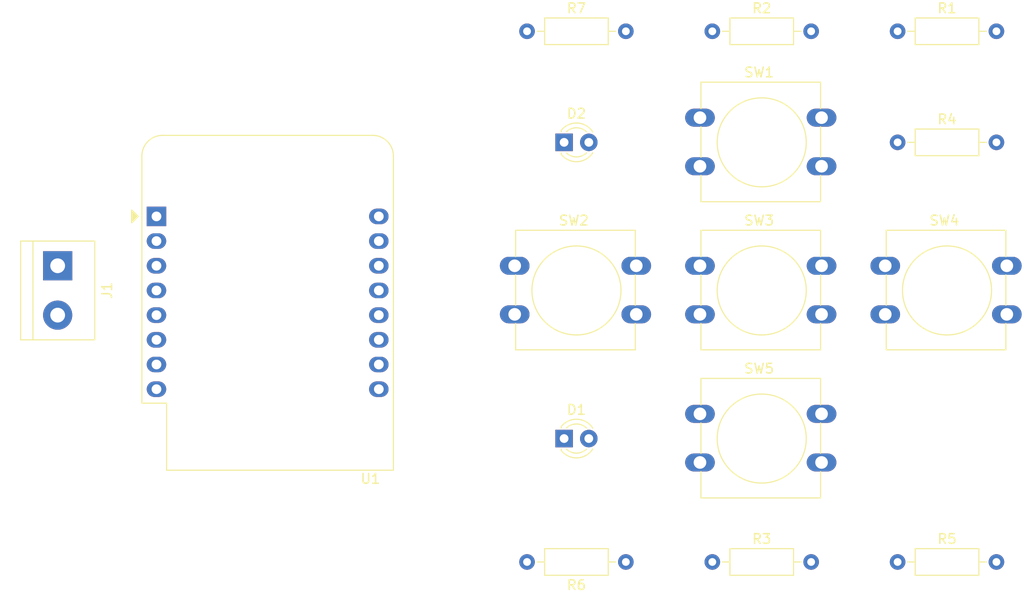
<source format=kicad_pcb>
(kicad_pcb (version 20171130) (host pcbnew "(5.1.9)-1")

  (general
    (thickness 1.6)
    (drawings 0)
    (tracks 0)
    (zones 0)
    (modules 16)
    (nets 24)
  )

  (page A4)
  (layers
    (0 F.Cu signal)
    (31 B.Cu signal)
    (32 B.Adhes user)
    (33 F.Adhes user)
    (34 B.Paste user)
    (35 F.Paste user)
    (36 B.SilkS user)
    (37 F.SilkS user)
    (38 B.Mask user)
    (39 F.Mask user)
    (40 Dwgs.User user)
    (41 Cmts.User user)
    (42 Eco1.User user)
    (43 Eco2.User user)
    (44 Edge.Cuts user)
    (45 Margin user)
    (46 B.CrtYd user)
    (47 F.CrtYd user)
    (48 B.Fab user)
    (49 F.Fab user)
  )

  (setup
    (last_trace_width 0.25)
    (trace_clearance 0.2)
    (zone_clearance 0.508)
    (zone_45_only no)
    (trace_min 0.2)
    (via_size 0.8)
    (via_drill 0.4)
    (via_min_size 0.4)
    (via_min_drill 0.3)
    (uvia_size 0.3)
    (uvia_drill 0.1)
    (uvias_allowed no)
    (uvia_min_size 0.2)
    (uvia_min_drill 0.1)
    (edge_width 0.05)
    (segment_width 0.2)
    (pcb_text_width 0.3)
    (pcb_text_size 1.5 1.5)
    (mod_edge_width 0.12)
    (mod_text_size 1 1)
    (mod_text_width 0.15)
    (pad_size 1.524 1.524)
    (pad_drill 0.762)
    (pad_to_mask_clearance 0)
    (aux_axis_origin 0 0)
    (visible_elements FFFFFF7F)
    (pcbplotparams
      (layerselection 0x010fc_ffffffff)
      (usegerberextensions false)
      (usegerberattributes true)
      (usegerberadvancedattributes true)
      (creategerberjobfile true)
      (excludeedgelayer true)
      (linewidth 0.100000)
      (plotframeref false)
      (viasonmask false)
      (mode 1)
      (useauxorigin false)
      (hpglpennumber 1)
      (hpglpenspeed 20)
      (hpglpendiameter 15.000000)
      (psnegative false)
      (psa4output false)
      (plotreference true)
      (plotvalue true)
      (plotinvisibletext false)
      (padsonsilk false)
      (subtractmaskfromsilk false)
      (outputformat 1)
      (mirror false)
      (drillshape 1)
      (scaleselection 1)
      (outputdirectory ""))
  )

  (net 0 "")
  (net 1 "Net-(D1-Pad2)")
  (net 2 "Net-(D1-Pad1)")
  (net 3 "Net-(D2-Pad2)")
  (net 4 "Net-(D2-Pad1)")
  (net 5 +5V)
  (net 6 GND)
  (net 7 "Net-(R1-Pad2)")
  (net 8 "Net-(R2-Pad2)")
  (net 9 "Net-(R3-Pad2)")
  (net 10 "Net-(R4-Pad2)")
  (net 11 "Net-(R5-Pad2)")
  (net 12 "Net-(R6-Pad1)")
  (net 13 "Net-(SW1-Pad1)")
  (net 14 "Net-(SW2-Pad1)")
  (net 15 "Net-(SW3-Pad1)")
  (net 16 "Net-(SW4-Pad1)")
  (net 17 "Net-(SW5-Pad1)")
  (net 18 "Net-(U1-Pad16)")
  (net 19 "Net-(U1-Pad15)")
  (net 20 "Net-(U1-Pad7)")
  (net 21 "Net-(U1-Pad3)")
  (net 22 "Net-(U1-Pad1)")
  (net 23 "Net-(U1-Pad2)")

  (net_class Default "This is the default net class."
    (clearance 0.2)
    (trace_width 0.25)
    (via_dia 0.8)
    (via_drill 0.4)
    (uvia_dia 0.3)
    (uvia_drill 0.1)
    (add_net +5V)
    (add_net GND)
    (add_net "Net-(D1-Pad1)")
    (add_net "Net-(D1-Pad2)")
    (add_net "Net-(D2-Pad1)")
    (add_net "Net-(D2-Pad2)")
    (add_net "Net-(R1-Pad2)")
    (add_net "Net-(R2-Pad2)")
    (add_net "Net-(R3-Pad2)")
    (add_net "Net-(R4-Pad2)")
    (add_net "Net-(R5-Pad2)")
    (add_net "Net-(R6-Pad1)")
    (add_net "Net-(SW1-Pad1)")
    (add_net "Net-(SW2-Pad1)")
    (add_net "Net-(SW3-Pad1)")
    (add_net "Net-(SW4-Pad1)")
    (add_net "Net-(SW5-Pad1)")
    (add_net "Net-(U1-Pad1)")
    (add_net "Net-(U1-Pad15)")
    (add_net "Net-(U1-Pad16)")
    (add_net "Net-(U1-Pad2)")
    (add_net "Net-(U1-Pad3)")
    (add_net "Net-(U1-Pad7)")
  )

  (module Module:WEMOS_D1_mini_light (layer F.Cu) (tedit 5BBFB1CE) (tstamp 60795857)
    (at 364.49 210.82)
    (descr "16-pin module, column spacing 22.86 mm (900 mils), https://wiki.wemos.cc/products:d1:d1_mini, https://c1.staticflickr.com/1/734/31400410271_f278b087db_z.jpg")
    (tags "ESP8266 WiFi microcontroller")
    (path /6078852E)
    (fp_text reference U1 (at 22 27) (layer F.SilkS)
      (effects (font (size 1 1) (thickness 0.15)))
    )
    (fp_text value WeMos_D1_mini (at 11.7 0) (layer F.Fab)
      (effects (font (size 1 1) (thickness 0.15)))
    )
    (fp_text user "No copper" (at 11.43 -3.81) (layer Cmts.User)
      (effects (font (size 1 1) (thickness 0.15)))
    )
    (fp_text user "KEEP OUT" (at 11.43 -6.35) (layer Cmts.User)
      (effects (font (size 1 1) (thickness 0.15)))
    )
    (fp_arc (start 22.23 -6.21) (end 24.36 -6.21) (angle -90) (layer F.SilkS) (width 0.12))
    (fp_arc (start 0.63 -6.21) (end 0.63 -8.34) (angle -90) (layer F.SilkS) (width 0.12))
    (fp_arc (start 22.23 -6.21) (end 24.23 -6.19) (angle -90) (layer F.Fab) (width 0.1))
    (fp_arc (start 0.63 -6.21) (end 0.63 -8.21) (angle -90) (layer F.Fab) (width 0.1))
    (fp_text user %R (at 11.43 10) (layer F.Fab)
      (effects (font (size 1 1) (thickness 0.15)))
    )
    (fp_line (start 1.04 26.12) (end 24.36 26.12) (layer F.SilkS) (width 0.12))
    (fp_line (start -1.5 19.22) (end -1.5 -6.21) (layer F.SilkS) (width 0.12))
    (fp_line (start 24.36 26.12) (end 24.36 -6.21) (layer F.SilkS) (width 0.12))
    (fp_line (start 22.24 -8.34) (end 0.63 -8.34) (layer F.SilkS) (width 0.12))
    (fp_line (start 1.17 25.99) (end 24.23 25.99) (layer F.Fab) (width 0.1))
    (fp_line (start 24.23 25.99) (end 24.23 -6.21) (layer F.Fab) (width 0.1))
    (fp_line (start 22.23 -8.21) (end 0.63 -8.21) (layer F.Fab) (width 0.1))
    (fp_line (start -1.37 1) (end -1.37 19.09) (layer F.Fab) (width 0.1))
    (fp_line (start -1.62 -8.46) (end 24.48 -8.46) (layer F.CrtYd) (width 0.05))
    (fp_line (start 24.48 -8.41) (end 24.48 26.24) (layer F.CrtYd) (width 0.05))
    (fp_line (start 24.48 26.24) (end -1.62 26.24) (layer F.CrtYd) (width 0.05))
    (fp_line (start -1.62 26.24) (end -1.62 -8.46) (layer F.CrtYd) (width 0.05))
    (fp_poly (pts (xy -2.54 -0.635) (xy -2.54 0.635) (xy -1.905 0)) (layer F.SilkS) (width 0.15))
    (fp_line (start -1.35 -1.4) (end 24.25 -1.4) (layer Dwgs.User) (width 0.1))
    (fp_line (start 24.25 -1.4) (end 24.25 -8.2) (layer Dwgs.User) (width 0.1))
    (fp_line (start 24.25 -8.2) (end -1.35 -8.2) (layer Dwgs.User) (width 0.1))
    (fp_line (start -1.35 -8.2) (end -1.35 -1.4) (layer Dwgs.User) (width 0.1))
    (fp_line (start -1.35 -1.4) (end 5.45 -8.2) (layer Dwgs.User) (width 0.1))
    (fp_line (start 0.65 -1.4) (end 7.45 -8.2) (layer Dwgs.User) (width 0.1))
    (fp_line (start 2.65 -1.4) (end 9.45 -8.2) (layer Dwgs.User) (width 0.1))
    (fp_line (start 4.65 -1.4) (end 11.45 -8.2) (layer Dwgs.User) (width 0.1))
    (fp_line (start 6.65 -1.4) (end 13.45 -8.2) (layer Dwgs.User) (width 0.1))
    (fp_line (start 8.65 -1.4) (end 15.45 -8.2) (layer Dwgs.User) (width 0.1))
    (fp_line (start 10.65 -1.4) (end 17.45 -8.2) (layer Dwgs.User) (width 0.1))
    (fp_line (start 12.65 -1.4) (end 19.45 -8.2) (layer Dwgs.User) (width 0.1))
    (fp_line (start 14.65 -1.4) (end 21.45 -8.2) (layer Dwgs.User) (width 0.1))
    (fp_line (start 16.65 -1.4) (end 23.45 -8.2) (layer Dwgs.User) (width 0.1))
    (fp_line (start 18.65 -1.4) (end 24.25 -7) (layer Dwgs.User) (width 0.1))
    (fp_line (start 20.65 -1.4) (end 24.25 -5) (layer Dwgs.User) (width 0.1))
    (fp_line (start 22.65 -1.4) (end 24.25 -3) (layer Dwgs.User) (width 0.1))
    (fp_line (start -1.35 -3.4) (end 3.45 -8.2) (layer Dwgs.User) (width 0.1))
    (fp_line (start -1.3 -5.45) (end 1.45 -8.2) (layer Dwgs.User) (width 0.1))
    (fp_line (start -1.35 -7.4) (end -0.55 -8.2) (layer Dwgs.User) (width 0.1))
    (fp_line (start -1.37 19.09) (end 1.17 19.09) (layer F.Fab) (width 0.1))
    (fp_line (start 1.17 19.09) (end 1.17 25.99) (layer F.Fab) (width 0.1))
    (fp_line (start -1.37 -6.21) (end -1.37 -1) (layer F.Fab) (width 0.1))
    (fp_line (start -1.37 1) (end -0.37 0) (layer F.Fab) (width 0.1))
    (fp_line (start -0.37 0) (end -1.37 -1) (layer F.Fab) (width 0.1))
    (fp_line (start -1.5 19.22) (end 1.04 19.22) (layer F.SilkS) (width 0.12))
    (fp_line (start 1.04 19.22) (end 1.04 26.12) (layer F.SilkS) (width 0.12))
    (pad 16 thru_hole oval (at 22.86 0) (size 2 1.6) (drill 1) (layers *.Cu *.Mask)
      (net 18 "Net-(U1-Pad16)"))
    (pad 15 thru_hole oval (at 22.86 2.54) (size 2 1.6) (drill 1) (layers *.Cu *.Mask)
      (net 19 "Net-(U1-Pad15)"))
    (pad 14 thru_hole oval (at 22.86 5.08) (size 2 1.6) (drill 1) (layers *.Cu *.Mask)
      (net 13 "Net-(SW1-Pad1)"))
    (pad 13 thru_hole oval (at 22.86 7.62) (size 2 1.6) (drill 1) (layers *.Cu *.Mask)
      (net 14 "Net-(SW2-Pad1)"))
    (pad 12 thru_hole oval (at 22.86 10.16) (size 2 1.6) (drill 1) (layers *.Cu *.Mask)
      (net 2 "Net-(D1-Pad1)"))
    (pad 11 thru_hole oval (at 22.86 12.7) (size 2 1.6) (drill 1) (layers *.Cu *.Mask)
      (net 4 "Net-(D2-Pad1)"))
    (pad 10 thru_hole oval (at 22.86 15.24) (size 2 1.6) (drill 1) (layers *.Cu *.Mask)
      (net 6 GND))
    (pad 9 thru_hole oval (at 22.86 17.78) (size 2 1.6) (drill 1) (layers *.Cu *.Mask)
      (net 5 +5V))
    (pad 8 thru_hole oval (at 0 17.78) (size 2 1.6) (drill 1) (layers *.Cu *.Mask)
      (net 12 "Net-(R6-Pad1)"))
    (pad 7 thru_hole oval (at 0 15.24) (size 2 1.6) (drill 1) (layers *.Cu *.Mask)
      (net 20 "Net-(U1-Pad7)"))
    (pad 6 thru_hole oval (at 0 12.7) (size 2 1.6) (drill 1) (layers *.Cu *.Mask)
      (net 17 "Net-(SW5-Pad1)"))
    (pad 5 thru_hole oval (at 0 10.16) (size 2 1.6) (drill 1) (layers *.Cu *.Mask)
      (net 16 "Net-(SW4-Pad1)"))
    (pad 4 thru_hole oval (at 0 7.62) (size 2 1.6) (drill 1) (layers *.Cu *.Mask)
      (net 15 "Net-(SW3-Pad1)"))
    (pad 3 thru_hole oval (at 0 5.08) (size 2 1.6) (drill 1) (layers *.Cu *.Mask)
      (net 21 "Net-(U1-Pad3)"))
    (pad 1 thru_hole rect (at 0 0) (size 2 2) (drill 1) (layers *.Cu *.Mask)
      (net 22 "Net-(U1-Pad1)"))
    (pad 2 thru_hole oval (at 0 2.54) (size 2 1.6) (drill 1) (layers *.Cu *.Mask)
      (net 23 "Net-(U1-Pad2)"))
    (model ${KISYS3DMOD}/Module.3dshapes/WEMOS_D1_mini_light.wrl
      (at (xyz 0 0 0))
      (scale (xyz 1 1 1))
      (rotate (xyz 0 0 0))
    )
    (model ${KISYS3DMOD}/Connector_PinHeader_2.54mm.3dshapes/PinHeader_1x08_P2.54mm_Vertical.wrl
      (offset (xyz 0 0 9.5))
      (scale (xyz 1 1 1))
      (rotate (xyz 0 -180 0))
    )
    (model ${KISYS3DMOD}/Connector_PinHeader_2.54mm.3dshapes/PinHeader_1x08_P2.54mm_Vertical.wrl
      (offset (xyz 22.86 0 9.5))
      (scale (xyz 1 1 1))
      (rotate (xyz 0 -180 0))
    )
    (model ${KISYS3DMOD}/Connector_PinSocket_2.54mm.3dshapes/PinSocket_1x08_P2.54mm_Vertical.wrl
      (at (xyz 0 0 0))
      (scale (xyz 1 1 1))
      (rotate (xyz 0 0 0))
    )
    (model ${KISYS3DMOD}/Connector_PinSocket_2.54mm.3dshapes/PinSocket_1x08_P2.54mm_Vertical.wrl
      (offset (xyz 22.86 0 0))
      (scale (xyz 1 1 1))
      (rotate (xyz 0 0 0))
    )
  )

  (module Button_Switch_THT:SW_PUSH-12mm (layer F.Cu) (tedit 5D160D14) (tstamp 60795814)
    (at 420.37 231.14)
    (descr "SW PUSH 12mm https://www.e-switch.com/system/asset/product_line/data_sheet/143/TL1100.pdf")
    (tags "tact sw push 12mm")
    (path /6078E4E1)
    (fp_text reference SW5 (at 6.08 -4.66) (layer F.SilkS)
      (effects (font (size 1 1) (thickness 0.15)))
    )
    (fp_text value SW_Push_Dual (at 6.62 9.93) (layer F.Fab)
      (effects (font (size 1 1) (thickness 0.15)))
    )
    (fp_text user %R (at 6.35 2.54) (layer F.Fab)
      (effects (font (size 1 1) (thickness 0.15)))
    )
    (fp_line (start 0.25 8.5) (end 12.25 8.5) (layer F.Fab) (width 0.1))
    (fp_line (start 0.25 -3.5) (end 12.25 -3.5) (layer F.Fab) (width 0.1))
    (fp_line (start 12.25 -3.5) (end 12.25 8.5) (layer F.Fab) (width 0.1))
    (fp_line (start 0.1 -3.65) (end 12.4 -3.65) (layer F.SilkS) (width 0.12))
    (fp_line (start 12.4 0.93) (end 12.4 4.07) (layer F.SilkS) (width 0.12))
    (fp_line (start 12.4 8.65) (end 0.1 8.65) (layer F.SilkS) (width 0.12))
    (fp_line (start 0.1 -0.93) (end 0.1 -3.65) (layer F.SilkS) (width 0.12))
    (fp_line (start -1.77 -3.75) (end 14.25 -3.75) (layer F.CrtYd) (width 0.05))
    (fp_line (start -1.77 -3.75) (end -1.77 8.75) (layer F.CrtYd) (width 0.05))
    (fp_line (start 14.25 8.75) (end 14.25 -3.75) (layer F.CrtYd) (width 0.05))
    (fp_line (start 14.25 8.75) (end -1.77 8.75) (layer F.CrtYd) (width 0.05))
    (fp_circle (center 6.35 2.54) (end 10.16 5.08) (layer F.SilkS) (width 0.12))
    (fp_line (start 0.25 -3.5) (end 0.25 8.5) (layer F.Fab) (width 0.1))
    (fp_line (start 0.1 8.65) (end 0.1 5.93) (layer F.SilkS) (width 0.12))
    (fp_line (start 0.1 4.07) (end 0.1 0.93) (layer F.SilkS) (width 0.12))
    (fp_line (start 12.4 5.93) (end 12.4 8.65) (layer F.SilkS) (width 0.12))
    (fp_line (start 12.4 -3.65) (end 12.4 -0.93) (layer F.SilkS) (width 0.12))
    (pad 2 thru_hole oval (at 0 5) (size 3.048 1.85) (drill 1.3) (layers *.Cu *.Mask)
      (net 11 "Net-(R5-Pad2)"))
    (pad 1 thru_hole oval (at 0 0) (size 3.048 1.85) (drill 1.3) (layers *.Cu *.Mask)
      (net 17 "Net-(SW5-Pad1)"))
    (pad 2 thru_hole oval (at 12.5 5) (size 3.048 1.85) (drill 1.3) (layers *.Cu *.Mask)
      (net 11 "Net-(R5-Pad2)"))
    (pad 1 thru_hole oval (at 12.5 0) (size 3.048 1.85) (drill 1.3) (layers *.Cu *.Mask)
      (net 17 "Net-(SW5-Pad1)"))
    (model ${KISYS3DMOD}/Button_Switch_THT.3dshapes/SW_PUSH-12mm.wrl
      (at (xyz 0 0 0))
      (scale (xyz 1 1 1))
      (rotate (xyz 0 0 0))
    )
  )

  (module Button_Switch_THT:SW_PUSH-12mm (layer F.Cu) (tedit 5D160D14) (tstamp 607957FA)
    (at 439.42 215.9)
    (descr "SW PUSH 12mm https://www.e-switch.com/system/asset/product_line/data_sheet/143/TL1100.pdf")
    (tags "tact sw push 12mm")
    (path /6078E132)
    (fp_text reference SW4 (at 6.08 -4.66) (layer F.SilkS)
      (effects (font (size 1 1) (thickness 0.15)))
    )
    (fp_text value SW_Push_Dual (at 6.62 9.93) (layer F.Fab)
      (effects (font (size 1 1) (thickness 0.15)))
    )
    (fp_text user %R (at 6.35 2.54) (layer F.Fab)
      (effects (font (size 1 1) (thickness 0.15)))
    )
    (fp_line (start 0.25 8.5) (end 12.25 8.5) (layer F.Fab) (width 0.1))
    (fp_line (start 0.25 -3.5) (end 12.25 -3.5) (layer F.Fab) (width 0.1))
    (fp_line (start 12.25 -3.5) (end 12.25 8.5) (layer F.Fab) (width 0.1))
    (fp_line (start 0.1 -3.65) (end 12.4 -3.65) (layer F.SilkS) (width 0.12))
    (fp_line (start 12.4 0.93) (end 12.4 4.07) (layer F.SilkS) (width 0.12))
    (fp_line (start 12.4 8.65) (end 0.1 8.65) (layer F.SilkS) (width 0.12))
    (fp_line (start 0.1 -0.93) (end 0.1 -3.65) (layer F.SilkS) (width 0.12))
    (fp_line (start -1.77 -3.75) (end 14.25 -3.75) (layer F.CrtYd) (width 0.05))
    (fp_line (start -1.77 -3.75) (end -1.77 8.75) (layer F.CrtYd) (width 0.05))
    (fp_line (start 14.25 8.75) (end 14.25 -3.75) (layer F.CrtYd) (width 0.05))
    (fp_line (start 14.25 8.75) (end -1.77 8.75) (layer F.CrtYd) (width 0.05))
    (fp_circle (center 6.35 2.54) (end 10.16 5.08) (layer F.SilkS) (width 0.12))
    (fp_line (start 0.25 -3.5) (end 0.25 8.5) (layer F.Fab) (width 0.1))
    (fp_line (start 0.1 8.65) (end 0.1 5.93) (layer F.SilkS) (width 0.12))
    (fp_line (start 0.1 4.07) (end 0.1 0.93) (layer F.SilkS) (width 0.12))
    (fp_line (start 12.4 5.93) (end 12.4 8.65) (layer F.SilkS) (width 0.12))
    (fp_line (start 12.4 -3.65) (end 12.4 -0.93) (layer F.SilkS) (width 0.12))
    (pad 2 thru_hole oval (at 0 5) (size 3.048 1.85) (drill 1.3) (layers *.Cu *.Mask)
      (net 10 "Net-(R4-Pad2)"))
    (pad 1 thru_hole oval (at 0 0) (size 3.048 1.85) (drill 1.3) (layers *.Cu *.Mask)
      (net 16 "Net-(SW4-Pad1)"))
    (pad 2 thru_hole oval (at 12.5 5) (size 3.048 1.85) (drill 1.3) (layers *.Cu *.Mask)
      (net 10 "Net-(R4-Pad2)"))
    (pad 1 thru_hole oval (at 12.5 0) (size 3.048 1.85) (drill 1.3) (layers *.Cu *.Mask)
      (net 16 "Net-(SW4-Pad1)"))
    (model ${KISYS3DMOD}/Button_Switch_THT.3dshapes/SW_PUSH-12mm.wrl
      (at (xyz 0 0 0))
      (scale (xyz 1 1 1))
      (rotate (xyz 0 0 0))
    )
  )

  (module Button_Switch_THT:SW_PUSH-12mm (layer F.Cu) (tedit 5D160D14) (tstamp 607957E0)
    (at 420.37 215.9)
    (descr "SW PUSH 12mm https://www.e-switch.com/system/asset/product_line/data_sheet/143/TL1100.pdf")
    (tags "tact sw push 12mm")
    (path /6078D719)
    (fp_text reference SW3 (at 6.08 -4.66) (layer F.SilkS)
      (effects (font (size 1 1) (thickness 0.15)))
    )
    (fp_text value SW_Push_Dual (at 6.62 9.93) (layer F.Fab)
      (effects (font (size 1 1) (thickness 0.15)))
    )
    (fp_text user %R (at 6.35 2.54) (layer F.Fab)
      (effects (font (size 1 1) (thickness 0.15)))
    )
    (fp_line (start 0.25 8.5) (end 12.25 8.5) (layer F.Fab) (width 0.1))
    (fp_line (start 0.25 -3.5) (end 12.25 -3.5) (layer F.Fab) (width 0.1))
    (fp_line (start 12.25 -3.5) (end 12.25 8.5) (layer F.Fab) (width 0.1))
    (fp_line (start 0.1 -3.65) (end 12.4 -3.65) (layer F.SilkS) (width 0.12))
    (fp_line (start 12.4 0.93) (end 12.4 4.07) (layer F.SilkS) (width 0.12))
    (fp_line (start 12.4 8.65) (end 0.1 8.65) (layer F.SilkS) (width 0.12))
    (fp_line (start 0.1 -0.93) (end 0.1 -3.65) (layer F.SilkS) (width 0.12))
    (fp_line (start -1.77 -3.75) (end 14.25 -3.75) (layer F.CrtYd) (width 0.05))
    (fp_line (start -1.77 -3.75) (end -1.77 8.75) (layer F.CrtYd) (width 0.05))
    (fp_line (start 14.25 8.75) (end 14.25 -3.75) (layer F.CrtYd) (width 0.05))
    (fp_line (start 14.25 8.75) (end -1.77 8.75) (layer F.CrtYd) (width 0.05))
    (fp_circle (center 6.35 2.54) (end 10.16 5.08) (layer F.SilkS) (width 0.12))
    (fp_line (start 0.25 -3.5) (end 0.25 8.5) (layer F.Fab) (width 0.1))
    (fp_line (start 0.1 8.65) (end 0.1 5.93) (layer F.SilkS) (width 0.12))
    (fp_line (start 0.1 4.07) (end 0.1 0.93) (layer F.SilkS) (width 0.12))
    (fp_line (start 12.4 5.93) (end 12.4 8.65) (layer F.SilkS) (width 0.12))
    (fp_line (start 12.4 -3.65) (end 12.4 -0.93) (layer F.SilkS) (width 0.12))
    (pad 2 thru_hole oval (at 0 5) (size 3.048 1.85) (drill 1.3) (layers *.Cu *.Mask)
      (net 9 "Net-(R3-Pad2)"))
    (pad 1 thru_hole oval (at 0 0) (size 3.048 1.85) (drill 1.3) (layers *.Cu *.Mask)
      (net 15 "Net-(SW3-Pad1)"))
    (pad 2 thru_hole oval (at 12.5 5) (size 3.048 1.85) (drill 1.3) (layers *.Cu *.Mask)
      (net 9 "Net-(R3-Pad2)"))
    (pad 1 thru_hole oval (at 12.5 0) (size 3.048 1.85) (drill 1.3) (layers *.Cu *.Mask)
      (net 15 "Net-(SW3-Pad1)"))
    (model ${KISYS3DMOD}/Button_Switch_THT.3dshapes/SW_PUSH-12mm.wrl
      (at (xyz 0 0 0))
      (scale (xyz 1 1 1))
      (rotate (xyz 0 0 0))
    )
  )

  (module Button_Switch_THT:SW_PUSH-12mm (layer F.Cu) (tedit 5D160D14) (tstamp 607957C6)
    (at 401.32 215.9)
    (descr "SW PUSH 12mm https://www.e-switch.com/system/asset/product_line/data_sheet/143/TL1100.pdf")
    (tags "tact sw push 12mm")
    (path /6079063F)
    (fp_text reference SW2 (at 6.08 -4.66) (layer F.SilkS)
      (effects (font (size 1 1) (thickness 0.15)))
    )
    (fp_text value SW_Push_Dual (at 6.62 9.93) (layer F.Fab)
      (effects (font (size 1 1) (thickness 0.15)))
    )
    (fp_text user %R (at 6.35 2.54) (layer F.Fab)
      (effects (font (size 1 1) (thickness 0.15)))
    )
    (fp_line (start 0.25 8.5) (end 12.25 8.5) (layer F.Fab) (width 0.1))
    (fp_line (start 0.25 -3.5) (end 12.25 -3.5) (layer F.Fab) (width 0.1))
    (fp_line (start 12.25 -3.5) (end 12.25 8.5) (layer F.Fab) (width 0.1))
    (fp_line (start 0.1 -3.65) (end 12.4 -3.65) (layer F.SilkS) (width 0.12))
    (fp_line (start 12.4 0.93) (end 12.4 4.07) (layer F.SilkS) (width 0.12))
    (fp_line (start 12.4 8.65) (end 0.1 8.65) (layer F.SilkS) (width 0.12))
    (fp_line (start 0.1 -0.93) (end 0.1 -3.65) (layer F.SilkS) (width 0.12))
    (fp_line (start -1.77 -3.75) (end 14.25 -3.75) (layer F.CrtYd) (width 0.05))
    (fp_line (start -1.77 -3.75) (end -1.77 8.75) (layer F.CrtYd) (width 0.05))
    (fp_line (start 14.25 8.75) (end 14.25 -3.75) (layer F.CrtYd) (width 0.05))
    (fp_line (start 14.25 8.75) (end -1.77 8.75) (layer F.CrtYd) (width 0.05))
    (fp_circle (center 6.35 2.54) (end 10.16 5.08) (layer F.SilkS) (width 0.12))
    (fp_line (start 0.25 -3.5) (end 0.25 8.5) (layer F.Fab) (width 0.1))
    (fp_line (start 0.1 8.65) (end 0.1 5.93) (layer F.SilkS) (width 0.12))
    (fp_line (start 0.1 4.07) (end 0.1 0.93) (layer F.SilkS) (width 0.12))
    (fp_line (start 12.4 5.93) (end 12.4 8.65) (layer F.SilkS) (width 0.12))
    (fp_line (start 12.4 -3.65) (end 12.4 -0.93) (layer F.SilkS) (width 0.12))
    (pad 2 thru_hole oval (at 0 5) (size 3.048 1.85) (drill 1.3) (layers *.Cu *.Mask)
      (net 8 "Net-(R2-Pad2)"))
    (pad 1 thru_hole oval (at 0 0) (size 3.048 1.85) (drill 1.3) (layers *.Cu *.Mask)
      (net 14 "Net-(SW2-Pad1)"))
    (pad 2 thru_hole oval (at 12.5 5) (size 3.048 1.85) (drill 1.3) (layers *.Cu *.Mask)
      (net 8 "Net-(R2-Pad2)"))
    (pad 1 thru_hole oval (at 12.5 0) (size 3.048 1.85) (drill 1.3) (layers *.Cu *.Mask)
      (net 14 "Net-(SW2-Pad1)"))
    (model ${KISYS3DMOD}/Button_Switch_THT.3dshapes/SW_PUSH-12mm.wrl
      (at (xyz 0 0 0))
      (scale (xyz 1 1 1))
      (rotate (xyz 0 0 0))
    )
  )

  (module Button_Switch_THT:SW_PUSH-12mm (layer F.Cu) (tedit 5D160D14) (tstamp 607957AC)
    (at 420.37 200.66)
    (descr "SW PUSH 12mm https://www.e-switch.com/system/asset/product_line/data_sheet/143/TL1100.pdf")
    (tags "tact sw push 12mm")
    (path /6078E95B)
    (fp_text reference SW1 (at 6.08 -4.66) (layer F.SilkS)
      (effects (font (size 1 1) (thickness 0.15)))
    )
    (fp_text value SW_Push_Dual (at 6.62 9.93) (layer F.Fab)
      (effects (font (size 1 1) (thickness 0.15)))
    )
    (fp_text user %R (at 6.35 2.54) (layer F.Fab)
      (effects (font (size 1 1) (thickness 0.15)))
    )
    (fp_line (start 0.25 8.5) (end 12.25 8.5) (layer F.Fab) (width 0.1))
    (fp_line (start 0.25 -3.5) (end 12.25 -3.5) (layer F.Fab) (width 0.1))
    (fp_line (start 12.25 -3.5) (end 12.25 8.5) (layer F.Fab) (width 0.1))
    (fp_line (start 0.1 -3.65) (end 12.4 -3.65) (layer F.SilkS) (width 0.12))
    (fp_line (start 12.4 0.93) (end 12.4 4.07) (layer F.SilkS) (width 0.12))
    (fp_line (start 12.4 8.65) (end 0.1 8.65) (layer F.SilkS) (width 0.12))
    (fp_line (start 0.1 -0.93) (end 0.1 -3.65) (layer F.SilkS) (width 0.12))
    (fp_line (start -1.77 -3.75) (end 14.25 -3.75) (layer F.CrtYd) (width 0.05))
    (fp_line (start -1.77 -3.75) (end -1.77 8.75) (layer F.CrtYd) (width 0.05))
    (fp_line (start 14.25 8.75) (end 14.25 -3.75) (layer F.CrtYd) (width 0.05))
    (fp_line (start 14.25 8.75) (end -1.77 8.75) (layer F.CrtYd) (width 0.05))
    (fp_circle (center 6.35 2.54) (end 10.16 5.08) (layer F.SilkS) (width 0.12))
    (fp_line (start 0.25 -3.5) (end 0.25 8.5) (layer F.Fab) (width 0.1))
    (fp_line (start 0.1 8.65) (end 0.1 5.93) (layer F.SilkS) (width 0.12))
    (fp_line (start 0.1 4.07) (end 0.1 0.93) (layer F.SilkS) (width 0.12))
    (fp_line (start 12.4 5.93) (end 12.4 8.65) (layer F.SilkS) (width 0.12))
    (fp_line (start 12.4 -3.65) (end 12.4 -0.93) (layer F.SilkS) (width 0.12))
    (pad 2 thru_hole oval (at 0 5) (size 3.048 1.85) (drill 1.3) (layers *.Cu *.Mask)
      (net 7 "Net-(R1-Pad2)"))
    (pad 1 thru_hole oval (at 0 0) (size 3.048 1.85) (drill 1.3) (layers *.Cu *.Mask)
      (net 13 "Net-(SW1-Pad1)"))
    (pad 2 thru_hole oval (at 12.5 5) (size 3.048 1.85) (drill 1.3) (layers *.Cu *.Mask)
      (net 7 "Net-(R1-Pad2)"))
    (pad 1 thru_hole oval (at 12.5 0) (size 3.048 1.85) (drill 1.3) (layers *.Cu *.Mask)
      (net 13 "Net-(SW1-Pad1)"))
    (model ${KISYS3DMOD}/Button_Switch_THT.3dshapes/SW_PUSH-12mm.wrl
      (at (xyz 0 0 0))
      (scale (xyz 1 1 1))
      (rotate (xyz 0 0 0))
    )
  )

  (module Resistor_THT:R_Axial_DIN0207_L6.3mm_D2.5mm_P10.16mm_Horizontal (layer F.Cu) (tedit 5AE5139B) (tstamp 60795792)
    (at 402.59 191.77)
    (descr "Resistor, Axial_DIN0207 series, Axial, Horizontal, pin pitch=10.16mm, 0.25W = 1/4W, length*diameter=6.3*2.5mm^2, http://cdn-reichelt.de/documents/datenblatt/B400/1_4W%23YAG.pdf")
    (tags "Resistor Axial_DIN0207 series Axial Horizontal pin pitch 10.16mm 0.25W = 1/4W length 6.3mm diameter 2.5mm")
    (path /607B791B)
    (fp_text reference R7 (at 5.08 -2.37) (layer F.SilkS)
      (effects (font (size 1 1) (thickness 0.15)))
    )
    (fp_text value R (at 5.08 2.37) (layer F.Fab)
      (effects (font (size 1 1) (thickness 0.15)))
    )
    (fp_text user %R (at 5.08 0) (layer F.Fab)
      (effects (font (size 1 1) (thickness 0.15)))
    )
    (fp_line (start 1.93 -1.25) (end 1.93 1.25) (layer F.Fab) (width 0.1))
    (fp_line (start 1.93 1.25) (end 8.23 1.25) (layer F.Fab) (width 0.1))
    (fp_line (start 8.23 1.25) (end 8.23 -1.25) (layer F.Fab) (width 0.1))
    (fp_line (start 8.23 -1.25) (end 1.93 -1.25) (layer F.Fab) (width 0.1))
    (fp_line (start 0 0) (end 1.93 0) (layer F.Fab) (width 0.1))
    (fp_line (start 10.16 0) (end 8.23 0) (layer F.Fab) (width 0.1))
    (fp_line (start 1.81 -1.37) (end 1.81 1.37) (layer F.SilkS) (width 0.12))
    (fp_line (start 1.81 1.37) (end 8.35 1.37) (layer F.SilkS) (width 0.12))
    (fp_line (start 8.35 1.37) (end 8.35 -1.37) (layer F.SilkS) (width 0.12))
    (fp_line (start 8.35 -1.37) (end 1.81 -1.37) (layer F.SilkS) (width 0.12))
    (fp_line (start 1.04 0) (end 1.81 0) (layer F.SilkS) (width 0.12))
    (fp_line (start 9.12 0) (end 8.35 0) (layer F.SilkS) (width 0.12))
    (fp_line (start -1.05 -1.5) (end -1.05 1.5) (layer F.CrtYd) (width 0.05))
    (fp_line (start -1.05 1.5) (end 11.21 1.5) (layer F.CrtYd) (width 0.05))
    (fp_line (start 11.21 1.5) (end 11.21 -1.5) (layer F.CrtYd) (width 0.05))
    (fp_line (start 11.21 -1.5) (end -1.05 -1.5) (layer F.CrtYd) (width 0.05))
    (pad 2 thru_hole oval (at 10.16 0) (size 1.6 1.6) (drill 0.8) (layers *.Cu *.Mask)
      (net 3 "Net-(D2-Pad2)"))
    (pad 1 thru_hole circle (at 0 0) (size 1.6 1.6) (drill 0.8) (layers *.Cu *.Mask)
      (net 12 "Net-(R6-Pad1)"))
    (model ${KISYS3DMOD}/Resistor_THT.3dshapes/R_Axial_DIN0207_L6.3mm_D2.5mm_P10.16mm_Horizontal.wrl
      (at (xyz 0 0 0))
      (scale (xyz 1 1 1))
      (rotate (xyz 0 0 0))
    )
  )

  (module Resistor_THT:R_Axial_DIN0207_L6.3mm_D2.5mm_P10.16mm_Horizontal (layer F.Cu) (tedit 5AE5139B) (tstamp 6079577B)
    (at 412.75 246.38 180)
    (descr "Resistor, Axial_DIN0207 series, Axial, Horizontal, pin pitch=10.16mm, 0.25W = 1/4W, length*diameter=6.3*2.5mm^2, http://cdn-reichelt.de/documents/datenblatt/B400/1_4W%23YAG.pdf")
    (tags "Resistor Axial_DIN0207 series Axial Horizontal pin pitch 10.16mm 0.25W = 1/4W length 6.3mm diameter 2.5mm")
    (path /607B7269)
    (fp_text reference R6 (at 5.08 -2.37) (layer F.SilkS)
      (effects (font (size 1 1) (thickness 0.15)))
    )
    (fp_text value R (at 5.08 2.37) (layer F.Fab)
      (effects (font (size 1 1) (thickness 0.15)))
    )
    (fp_text user %R (at 5.08 0) (layer F.Fab)
      (effects (font (size 1 1) (thickness 0.15)))
    )
    (fp_line (start 1.93 -1.25) (end 1.93 1.25) (layer F.Fab) (width 0.1))
    (fp_line (start 1.93 1.25) (end 8.23 1.25) (layer F.Fab) (width 0.1))
    (fp_line (start 8.23 1.25) (end 8.23 -1.25) (layer F.Fab) (width 0.1))
    (fp_line (start 8.23 -1.25) (end 1.93 -1.25) (layer F.Fab) (width 0.1))
    (fp_line (start 0 0) (end 1.93 0) (layer F.Fab) (width 0.1))
    (fp_line (start 10.16 0) (end 8.23 0) (layer F.Fab) (width 0.1))
    (fp_line (start 1.81 -1.37) (end 1.81 1.37) (layer F.SilkS) (width 0.12))
    (fp_line (start 1.81 1.37) (end 8.35 1.37) (layer F.SilkS) (width 0.12))
    (fp_line (start 8.35 1.37) (end 8.35 -1.37) (layer F.SilkS) (width 0.12))
    (fp_line (start 8.35 -1.37) (end 1.81 -1.37) (layer F.SilkS) (width 0.12))
    (fp_line (start 1.04 0) (end 1.81 0) (layer F.SilkS) (width 0.12))
    (fp_line (start 9.12 0) (end 8.35 0) (layer F.SilkS) (width 0.12))
    (fp_line (start -1.05 -1.5) (end -1.05 1.5) (layer F.CrtYd) (width 0.05))
    (fp_line (start -1.05 1.5) (end 11.21 1.5) (layer F.CrtYd) (width 0.05))
    (fp_line (start 11.21 1.5) (end 11.21 -1.5) (layer F.CrtYd) (width 0.05))
    (fp_line (start 11.21 -1.5) (end -1.05 -1.5) (layer F.CrtYd) (width 0.05))
    (pad 2 thru_hole oval (at 10.16 0 180) (size 1.6 1.6) (drill 0.8) (layers *.Cu *.Mask)
      (net 1 "Net-(D1-Pad2)"))
    (pad 1 thru_hole circle (at 0 0 180) (size 1.6 1.6) (drill 0.8) (layers *.Cu *.Mask)
      (net 12 "Net-(R6-Pad1)"))
    (model ${KISYS3DMOD}/Resistor_THT.3dshapes/R_Axial_DIN0207_L6.3mm_D2.5mm_P10.16mm_Horizontal.wrl
      (at (xyz 0 0 0))
      (scale (xyz 1 1 1))
      (rotate (xyz 0 0 0))
    )
  )

  (module Resistor_THT:R_Axial_DIN0207_L6.3mm_D2.5mm_P10.16mm_Horizontal (layer F.Cu) (tedit 5AE5139B) (tstamp 60795764)
    (at 440.69 246.38)
    (descr "Resistor, Axial_DIN0207 series, Axial, Horizontal, pin pitch=10.16mm, 0.25W = 1/4W, length*diameter=6.3*2.5mm^2, http://cdn-reichelt.de/documents/datenblatt/B400/1_4W%23YAG.pdf")
    (tags "Resistor Axial_DIN0207 series Axial Horizontal pin pitch 10.16mm 0.25W = 1/4W length 6.3mm diameter 2.5mm")
    (path /6078BECD)
    (fp_text reference R5 (at 5.08 -2.37) (layer F.SilkS)
      (effects (font (size 1 1) (thickness 0.15)))
    )
    (fp_text value 10k (at 5.08 2.37) (layer F.Fab)
      (effects (font (size 1 1) (thickness 0.15)))
    )
    (fp_text user %R (at 5.08 0) (layer F.Fab)
      (effects (font (size 1 1) (thickness 0.15)))
    )
    (fp_line (start 1.93 -1.25) (end 1.93 1.25) (layer F.Fab) (width 0.1))
    (fp_line (start 1.93 1.25) (end 8.23 1.25) (layer F.Fab) (width 0.1))
    (fp_line (start 8.23 1.25) (end 8.23 -1.25) (layer F.Fab) (width 0.1))
    (fp_line (start 8.23 -1.25) (end 1.93 -1.25) (layer F.Fab) (width 0.1))
    (fp_line (start 0 0) (end 1.93 0) (layer F.Fab) (width 0.1))
    (fp_line (start 10.16 0) (end 8.23 0) (layer F.Fab) (width 0.1))
    (fp_line (start 1.81 -1.37) (end 1.81 1.37) (layer F.SilkS) (width 0.12))
    (fp_line (start 1.81 1.37) (end 8.35 1.37) (layer F.SilkS) (width 0.12))
    (fp_line (start 8.35 1.37) (end 8.35 -1.37) (layer F.SilkS) (width 0.12))
    (fp_line (start 8.35 -1.37) (end 1.81 -1.37) (layer F.SilkS) (width 0.12))
    (fp_line (start 1.04 0) (end 1.81 0) (layer F.SilkS) (width 0.12))
    (fp_line (start 9.12 0) (end 8.35 0) (layer F.SilkS) (width 0.12))
    (fp_line (start -1.05 -1.5) (end -1.05 1.5) (layer F.CrtYd) (width 0.05))
    (fp_line (start -1.05 1.5) (end 11.21 1.5) (layer F.CrtYd) (width 0.05))
    (fp_line (start 11.21 1.5) (end 11.21 -1.5) (layer F.CrtYd) (width 0.05))
    (fp_line (start 11.21 -1.5) (end -1.05 -1.5) (layer F.CrtYd) (width 0.05))
    (pad 2 thru_hole oval (at 10.16 0) (size 1.6 1.6) (drill 0.8) (layers *.Cu *.Mask)
      (net 11 "Net-(R5-Pad2)"))
    (pad 1 thru_hole circle (at 0 0) (size 1.6 1.6) (drill 0.8) (layers *.Cu *.Mask)
      (net 6 GND))
    (model ${KISYS3DMOD}/Resistor_THT.3dshapes/R_Axial_DIN0207_L6.3mm_D2.5mm_P10.16mm_Horizontal.wrl
      (at (xyz 0 0 0))
      (scale (xyz 1 1 1))
      (rotate (xyz 0 0 0))
    )
  )

  (module Resistor_THT:R_Axial_DIN0207_L6.3mm_D2.5mm_P10.16mm_Horizontal (layer F.Cu) (tedit 5AE5139B) (tstamp 6079574D)
    (at 440.69 203.2)
    (descr "Resistor, Axial_DIN0207 series, Axial, Horizontal, pin pitch=10.16mm, 0.25W = 1/4W, length*diameter=6.3*2.5mm^2, http://cdn-reichelt.de/documents/datenblatt/B400/1_4W%23YAG.pdf")
    (tags "Resistor Axial_DIN0207 series Axial Horizontal pin pitch 10.16mm 0.25W = 1/4W length 6.3mm diameter 2.5mm")
    (path /6078BA67)
    (fp_text reference R4 (at 5.08 -2.37) (layer F.SilkS)
      (effects (font (size 1 1) (thickness 0.15)))
    )
    (fp_text value 10k (at 5.08 2.37) (layer F.Fab)
      (effects (font (size 1 1) (thickness 0.15)))
    )
    (fp_text user %R (at 5.08 0) (layer F.Fab)
      (effects (font (size 1 1) (thickness 0.15)))
    )
    (fp_line (start 1.93 -1.25) (end 1.93 1.25) (layer F.Fab) (width 0.1))
    (fp_line (start 1.93 1.25) (end 8.23 1.25) (layer F.Fab) (width 0.1))
    (fp_line (start 8.23 1.25) (end 8.23 -1.25) (layer F.Fab) (width 0.1))
    (fp_line (start 8.23 -1.25) (end 1.93 -1.25) (layer F.Fab) (width 0.1))
    (fp_line (start 0 0) (end 1.93 0) (layer F.Fab) (width 0.1))
    (fp_line (start 10.16 0) (end 8.23 0) (layer F.Fab) (width 0.1))
    (fp_line (start 1.81 -1.37) (end 1.81 1.37) (layer F.SilkS) (width 0.12))
    (fp_line (start 1.81 1.37) (end 8.35 1.37) (layer F.SilkS) (width 0.12))
    (fp_line (start 8.35 1.37) (end 8.35 -1.37) (layer F.SilkS) (width 0.12))
    (fp_line (start 8.35 -1.37) (end 1.81 -1.37) (layer F.SilkS) (width 0.12))
    (fp_line (start 1.04 0) (end 1.81 0) (layer F.SilkS) (width 0.12))
    (fp_line (start 9.12 0) (end 8.35 0) (layer F.SilkS) (width 0.12))
    (fp_line (start -1.05 -1.5) (end -1.05 1.5) (layer F.CrtYd) (width 0.05))
    (fp_line (start -1.05 1.5) (end 11.21 1.5) (layer F.CrtYd) (width 0.05))
    (fp_line (start 11.21 1.5) (end 11.21 -1.5) (layer F.CrtYd) (width 0.05))
    (fp_line (start 11.21 -1.5) (end -1.05 -1.5) (layer F.CrtYd) (width 0.05))
    (pad 2 thru_hole oval (at 10.16 0) (size 1.6 1.6) (drill 0.8) (layers *.Cu *.Mask)
      (net 10 "Net-(R4-Pad2)"))
    (pad 1 thru_hole circle (at 0 0) (size 1.6 1.6) (drill 0.8) (layers *.Cu *.Mask)
      (net 6 GND))
    (model ${KISYS3DMOD}/Resistor_THT.3dshapes/R_Axial_DIN0207_L6.3mm_D2.5mm_P10.16mm_Horizontal.wrl
      (at (xyz 0 0 0))
      (scale (xyz 1 1 1))
      (rotate (xyz 0 0 0))
    )
  )

  (module Resistor_THT:R_Axial_DIN0207_L6.3mm_D2.5mm_P10.16mm_Horizontal (layer F.Cu) (tedit 5AE5139B) (tstamp 60795736)
    (at 421.64 246.38)
    (descr "Resistor, Axial_DIN0207 series, Axial, Horizontal, pin pitch=10.16mm, 0.25W = 1/4W, length*diameter=6.3*2.5mm^2, http://cdn-reichelt.de/documents/datenblatt/B400/1_4W%23YAG.pdf")
    (tags "Resistor Axial_DIN0207 series Axial Horizontal pin pitch 10.16mm 0.25W = 1/4W length 6.3mm diameter 2.5mm")
    (path /6078C825)
    (fp_text reference R3 (at 5.08 -2.37) (layer F.SilkS)
      (effects (font (size 1 1) (thickness 0.15)))
    )
    (fp_text value 10k (at 5.08 2.37) (layer F.Fab)
      (effects (font (size 1 1) (thickness 0.15)))
    )
    (fp_text user %R (at 5.08 0) (layer F.Fab)
      (effects (font (size 1 1) (thickness 0.15)))
    )
    (fp_line (start 1.93 -1.25) (end 1.93 1.25) (layer F.Fab) (width 0.1))
    (fp_line (start 1.93 1.25) (end 8.23 1.25) (layer F.Fab) (width 0.1))
    (fp_line (start 8.23 1.25) (end 8.23 -1.25) (layer F.Fab) (width 0.1))
    (fp_line (start 8.23 -1.25) (end 1.93 -1.25) (layer F.Fab) (width 0.1))
    (fp_line (start 0 0) (end 1.93 0) (layer F.Fab) (width 0.1))
    (fp_line (start 10.16 0) (end 8.23 0) (layer F.Fab) (width 0.1))
    (fp_line (start 1.81 -1.37) (end 1.81 1.37) (layer F.SilkS) (width 0.12))
    (fp_line (start 1.81 1.37) (end 8.35 1.37) (layer F.SilkS) (width 0.12))
    (fp_line (start 8.35 1.37) (end 8.35 -1.37) (layer F.SilkS) (width 0.12))
    (fp_line (start 8.35 -1.37) (end 1.81 -1.37) (layer F.SilkS) (width 0.12))
    (fp_line (start 1.04 0) (end 1.81 0) (layer F.SilkS) (width 0.12))
    (fp_line (start 9.12 0) (end 8.35 0) (layer F.SilkS) (width 0.12))
    (fp_line (start -1.05 -1.5) (end -1.05 1.5) (layer F.CrtYd) (width 0.05))
    (fp_line (start -1.05 1.5) (end 11.21 1.5) (layer F.CrtYd) (width 0.05))
    (fp_line (start 11.21 1.5) (end 11.21 -1.5) (layer F.CrtYd) (width 0.05))
    (fp_line (start 11.21 -1.5) (end -1.05 -1.5) (layer F.CrtYd) (width 0.05))
    (pad 2 thru_hole oval (at 10.16 0) (size 1.6 1.6) (drill 0.8) (layers *.Cu *.Mask)
      (net 9 "Net-(R3-Pad2)"))
    (pad 1 thru_hole circle (at 0 0) (size 1.6 1.6) (drill 0.8) (layers *.Cu *.Mask)
      (net 6 GND))
    (model ${KISYS3DMOD}/Resistor_THT.3dshapes/R_Axial_DIN0207_L6.3mm_D2.5mm_P10.16mm_Horizontal.wrl
      (at (xyz 0 0 0))
      (scale (xyz 1 1 1))
      (rotate (xyz 0 0 0))
    )
  )

  (module Resistor_THT:R_Axial_DIN0207_L6.3mm_D2.5mm_P10.16mm_Horizontal (layer F.Cu) (tedit 5AE5139B) (tstamp 6079571F)
    (at 421.64 191.77)
    (descr "Resistor, Axial_DIN0207 series, Axial, Horizontal, pin pitch=10.16mm, 0.25W = 1/4W, length*diameter=6.3*2.5mm^2, http://cdn-reichelt.de/documents/datenblatt/B400/1_4W%23YAG.pdf")
    (tags "Resistor Axial_DIN0207 series Axial Horizontal pin pitch 10.16mm 0.25W = 1/4W length 6.3mm diameter 2.5mm")
    (path /6078B527)
    (fp_text reference R2 (at 5.08 -2.37) (layer F.SilkS)
      (effects (font (size 1 1) (thickness 0.15)))
    )
    (fp_text value 10k (at 5.08 2.37) (layer F.Fab)
      (effects (font (size 1 1) (thickness 0.15)))
    )
    (fp_text user %R (at 5.08 0) (layer F.Fab)
      (effects (font (size 1 1) (thickness 0.15)))
    )
    (fp_line (start 1.93 -1.25) (end 1.93 1.25) (layer F.Fab) (width 0.1))
    (fp_line (start 1.93 1.25) (end 8.23 1.25) (layer F.Fab) (width 0.1))
    (fp_line (start 8.23 1.25) (end 8.23 -1.25) (layer F.Fab) (width 0.1))
    (fp_line (start 8.23 -1.25) (end 1.93 -1.25) (layer F.Fab) (width 0.1))
    (fp_line (start 0 0) (end 1.93 0) (layer F.Fab) (width 0.1))
    (fp_line (start 10.16 0) (end 8.23 0) (layer F.Fab) (width 0.1))
    (fp_line (start 1.81 -1.37) (end 1.81 1.37) (layer F.SilkS) (width 0.12))
    (fp_line (start 1.81 1.37) (end 8.35 1.37) (layer F.SilkS) (width 0.12))
    (fp_line (start 8.35 1.37) (end 8.35 -1.37) (layer F.SilkS) (width 0.12))
    (fp_line (start 8.35 -1.37) (end 1.81 -1.37) (layer F.SilkS) (width 0.12))
    (fp_line (start 1.04 0) (end 1.81 0) (layer F.SilkS) (width 0.12))
    (fp_line (start 9.12 0) (end 8.35 0) (layer F.SilkS) (width 0.12))
    (fp_line (start -1.05 -1.5) (end -1.05 1.5) (layer F.CrtYd) (width 0.05))
    (fp_line (start -1.05 1.5) (end 11.21 1.5) (layer F.CrtYd) (width 0.05))
    (fp_line (start 11.21 1.5) (end 11.21 -1.5) (layer F.CrtYd) (width 0.05))
    (fp_line (start 11.21 -1.5) (end -1.05 -1.5) (layer F.CrtYd) (width 0.05))
    (pad 2 thru_hole oval (at 10.16 0) (size 1.6 1.6) (drill 0.8) (layers *.Cu *.Mask)
      (net 8 "Net-(R2-Pad2)"))
    (pad 1 thru_hole circle (at 0 0) (size 1.6 1.6) (drill 0.8) (layers *.Cu *.Mask)
      (net 6 GND))
    (model ${KISYS3DMOD}/Resistor_THT.3dshapes/R_Axial_DIN0207_L6.3mm_D2.5mm_P10.16mm_Horizontal.wrl
      (at (xyz 0 0 0))
      (scale (xyz 1 1 1))
      (rotate (xyz 0 0 0))
    )
  )

  (module Resistor_THT:R_Axial_DIN0207_L6.3mm_D2.5mm_P10.16mm_Horizontal (layer F.Cu) (tedit 5AE5139B) (tstamp 60795708)
    (at 440.69 191.77)
    (descr "Resistor, Axial_DIN0207 series, Axial, Horizontal, pin pitch=10.16mm, 0.25W = 1/4W, length*diameter=6.3*2.5mm^2, http://cdn-reichelt.de/documents/datenblatt/B400/1_4W%23YAG.pdf")
    (tags "Resistor Axial_DIN0207 series Axial Horizontal pin pitch 10.16mm 0.25W = 1/4W length 6.3mm diameter 2.5mm")
    (path /6078B0D5)
    (fp_text reference R1 (at 5.08 -2.37) (layer F.SilkS)
      (effects (font (size 1 1) (thickness 0.15)))
    )
    (fp_text value 10k (at 5.08 2.37) (layer F.Fab)
      (effects (font (size 1 1) (thickness 0.15)))
    )
    (fp_text user %R (at 5.08 0) (layer F.Fab)
      (effects (font (size 1 1) (thickness 0.15)))
    )
    (fp_line (start 1.93 -1.25) (end 1.93 1.25) (layer F.Fab) (width 0.1))
    (fp_line (start 1.93 1.25) (end 8.23 1.25) (layer F.Fab) (width 0.1))
    (fp_line (start 8.23 1.25) (end 8.23 -1.25) (layer F.Fab) (width 0.1))
    (fp_line (start 8.23 -1.25) (end 1.93 -1.25) (layer F.Fab) (width 0.1))
    (fp_line (start 0 0) (end 1.93 0) (layer F.Fab) (width 0.1))
    (fp_line (start 10.16 0) (end 8.23 0) (layer F.Fab) (width 0.1))
    (fp_line (start 1.81 -1.37) (end 1.81 1.37) (layer F.SilkS) (width 0.12))
    (fp_line (start 1.81 1.37) (end 8.35 1.37) (layer F.SilkS) (width 0.12))
    (fp_line (start 8.35 1.37) (end 8.35 -1.37) (layer F.SilkS) (width 0.12))
    (fp_line (start 8.35 -1.37) (end 1.81 -1.37) (layer F.SilkS) (width 0.12))
    (fp_line (start 1.04 0) (end 1.81 0) (layer F.SilkS) (width 0.12))
    (fp_line (start 9.12 0) (end 8.35 0) (layer F.SilkS) (width 0.12))
    (fp_line (start -1.05 -1.5) (end -1.05 1.5) (layer F.CrtYd) (width 0.05))
    (fp_line (start -1.05 1.5) (end 11.21 1.5) (layer F.CrtYd) (width 0.05))
    (fp_line (start 11.21 1.5) (end 11.21 -1.5) (layer F.CrtYd) (width 0.05))
    (fp_line (start 11.21 -1.5) (end -1.05 -1.5) (layer F.CrtYd) (width 0.05))
    (pad 2 thru_hole oval (at 10.16 0) (size 1.6 1.6) (drill 0.8) (layers *.Cu *.Mask)
      (net 7 "Net-(R1-Pad2)"))
    (pad 1 thru_hole circle (at 0 0) (size 1.6 1.6) (drill 0.8) (layers *.Cu *.Mask)
      (net 6 GND))
    (model ${KISYS3DMOD}/Resistor_THT.3dshapes/R_Axial_DIN0207_L6.3mm_D2.5mm_P10.16mm_Horizontal.wrl
      (at (xyz 0 0 0))
      (scale (xyz 1 1 1))
      (rotate (xyz 0 0 0))
    )
  )

  (module TerminalBlock:TerminalBlock_bornier-2_P5.08mm (layer F.Cu) (tedit 59FF03AB) (tstamp 607956F1)
    (at 354.33 215.9 270)
    (descr "simple 2-pin terminal block, pitch 5.08mm, revamped version of bornier2")
    (tags "terminal block bornier2")
    (path /607C8F74)
    (fp_text reference J1 (at 2.54 -5.08 90) (layer F.SilkS)
      (effects (font (size 1 1) (thickness 0.15)))
    )
    (fp_text value Screw_Terminal_01x02 (at 2.54 5.08 90) (layer F.Fab)
      (effects (font (size 1 1) (thickness 0.15)))
    )
    (fp_text user %R (at 2.54 0 90) (layer F.Fab)
      (effects (font (size 1 1) (thickness 0.15)))
    )
    (fp_line (start -2.41 2.55) (end 7.49 2.55) (layer F.Fab) (width 0.1))
    (fp_line (start -2.46 -3.75) (end -2.46 3.75) (layer F.Fab) (width 0.1))
    (fp_line (start -2.46 3.75) (end 7.54 3.75) (layer F.Fab) (width 0.1))
    (fp_line (start 7.54 3.75) (end 7.54 -3.75) (layer F.Fab) (width 0.1))
    (fp_line (start 7.54 -3.75) (end -2.46 -3.75) (layer F.Fab) (width 0.1))
    (fp_line (start 7.62 2.54) (end -2.54 2.54) (layer F.SilkS) (width 0.12))
    (fp_line (start 7.62 3.81) (end 7.62 -3.81) (layer F.SilkS) (width 0.12))
    (fp_line (start 7.62 -3.81) (end -2.54 -3.81) (layer F.SilkS) (width 0.12))
    (fp_line (start -2.54 -3.81) (end -2.54 3.81) (layer F.SilkS) (width 0.12))
    (fp_line (start -2.54 3.81) (end 7.62 3.81) (layer F.SilkS) (width 0.12))
    (fp_line (start -2.71 -4) (end 7.79 -4) (layer F.CrtYd) (width 0.05))
    (fp_line (start -2.71 -4) (end -2.71 4) (layer F.CrtYd) (width 0.05))
    (fp_line (start 7.79 4) (end 7.79 -4) (layer F.CrtYd) (width 0.05))
    (fp_line (start 7.79 4) (end -2.71 4) (layer F.CrtYd) (width 0.05))
    (pad 2 thru_hole circle (at 5.08 0 270) (size 3 3) (drill 1.52) (layers *.Cu *.Mask)
      (net 5 +5V))
    (pad 1 thru_hole rect (at 0 0 270) (size 3 3) (drill 1.52) (layers *.Cu *.Mask)
      (net 6 GND))
    (model ${KISYS3DMOD}/TerminalBlock.3dshapes/TerminalBlock_bornier-2_P5.08mm.wrl
      (offset (xyz 2.539999961853027 0 0))
      (scale (xyz 1 1 1))
      (rotate (xyz 0 0 0))
    )
  )

  (module LED_THT:LED_D3.0mm (layer F.Cu) (tedit 587A3A7B) (tstamp 607956DC)
    (at 406.4 203.2)
    (descr "LED, diameter 3.0mm, 2 pins")
    (tags "LED diameter 3.0mm 2 pins")
    (path /607B1746)
    (fp_text reference D2 (at 1.27 -2.96) (layer F.SilkS)
      (effects (font (size 1 1) (thickness 0.15)))
    )
    (fp_text value LED (at 1.27 2.96) (layer F.Fab)
      (effects (font (size 1 1) (thickness 0.15)))
    )
    (fp_arc (start 1.27 0) (end 0.229039 1.08) (angle -87.9) (layer F.SilkS) (width 0.12))
    (fp_arc (start 1.27 0) (end 0.229039 -1.08) (angle 87.9) (layer F.SilkS) (width 0.12))
    (fp_arc (start 1.27 0) (end -0.29 1.235516) (angle -108.8) (layer F.SilkS) (width 0.12))
    (fp_arc (start 1.27 0) (end -0.29 -1.235516) (angle 108.8) (layer F.SilkS) (width 0.12))
    (fp_arc (start 1.27 0) (end -0.23 -1.16619) (angle 284.3) (layer F.Fab) (width 0.1))
    (fp_circle (center 1.27 0) (end 2.77 0) (layer F.Fab) (width 0.1))
    (fp_line (start -0.23 -1.16619) (end -0.23 1.16619) (layer F.Fab) (width 0.1))
    (fp_line (start -0.29 -1.236) (end -0.29 -1.08) (layer F.SilkS) (width 0.12))
    (fp_line (start -0.29 1.08) (end -0.29 1.236) (layer F.SilkS) (width 0.12))
    (fp_line (start -1.15 -2.25) (end -1.15 2.25) (layer F.CrtYd) (width 0.05))
    (fp_line (start -1.15 2.25) (end 3.7 2.25) (layer F.CrtYd) (width 0.05))
    (fp_line (start 3.7 2.25) (end 3.7 -2.25) (layer F.CrtYd) (width 0.05))
    (fp_line (start 3.7 -2.25) (end -1.15 -2.25) (layer F.CrtYd) (width 0.05))
    (pad 2 thru_hole circle (at 2.54 0) (size 1.8 1.8) (drill 0.9) (layers *.Cu *.Mask)
      (net 3 "Net-(D2-Pad2)"))
    (pad 1 thru_hole rect (at 0 0) (size 1.8 1.8) (drill 0.9) (layers *.Cu *.Mask)
      (net 4 "Net-(D2-Pad1)"))
    (model ${KISYS3DMOD}/LED_THT.3dshapes/LED_D3.0mm.wrl
      (at (xyz 0 0 0))
      (scale (xyz 1 1 1))
      (rotate (xyz 0 0 0))
    )
  )

  (module LED_THT:LED_D3.0mm (layer F.Cu) (tedit 587A3A7B) (tstamp 607956C9)
    (at 406.4 233.68)
    (descr "LED, diameter 3.0mm, 2 pins")
    (tags "LED diameter 3.0mm 2 pins")
    (path /607B2C76)
    (fp_text reference D1 (at 1.27 -2.96) (layer F.SilkS)
      (effects (font (size 1 1) (thickness 0.15)))
    )
    (fp_text value LED (at 1.27 2.96) (layer F.Fab)
      (effects (font (size 1 1) (thickness 0.15)))
    )
    (fp_arc (start 1.27 0) (end 0.229039 1.08) (angle -87.9) (layer F.SilkS) (width 0.12))
    (fp_arc (start 1.27 0) (end 0.229039 -1.08) (angle 87.9) (layer F.SilkS) (width 0.12))
    (fp_arc (start 1.27 0) (end -0.29 1.235516) (angle -108.8) (layer F.SilkS) (width 0.12))
    (fp_arc (start 1.27 0) (end -0.29 -1.235516) (angle 108.8) (layer F.SilkS) (width 0.12))
    (fp_arc (start 1.27 0) (end -0.23 -1.16619) (angle 284.3) (layer F.Fab) (width 0.1))
    (fp_circle (center 1.27 0) (end 2.77 0) (layer F.Fab) (width 0.1))
    (fp_line (start -0.23 -1.16619) (end -0.23 1.16619) (layer F.Fab) (width 0.1))
    (fp_line (start -0.29 -1.236) (end -0.29 -1.08) (layer F.SilkS) (width 0.12))
    (fp_line (start -0.29 1.08) (end -0.29 1.236) (layer F.SilkS) (width 0.12))
    (fp_line (start -1.15 -2.25) (end -1.15 2.25) (layer F.CrtYd) (width 0.05))
    (fp_line (start -1.15 2.25) (end 3.7 2.25) (layer F.CrtYd) (width 0.05))
    (fp_line (start 3.7 2.25) (end 3.7 -2.25) (layer F.CrtYd) (width 0.05))
    (fp_line (start 3.7 -2.25) (end -1.15 -2.25) (layer F.CrtYd) (width 0.05))
    (pad 2 thru_hole circle (at 2.54 0) (size 1.8 1.8) (drill 0.9) (layers *.Cu *.Mask)
      (net 1 "Net-(D1-Pad2)"))
    (pad 1 thru_hole rect (at 0 0) (size 1.8 1.8) (drill 0.9) (layers *.Cu *.Mask)
      (net 2 "Net-(D1-Pad1)"))
    (model ${KISYS3DMOD}/LED_THT.3dshapes/LED_D3.0mm.wrl
      (at (xyz 0 0 0))
      (scale (xyz 1 1 1))
      (rotate (xyz 0 0 0))
    )
  )

)

</source>
